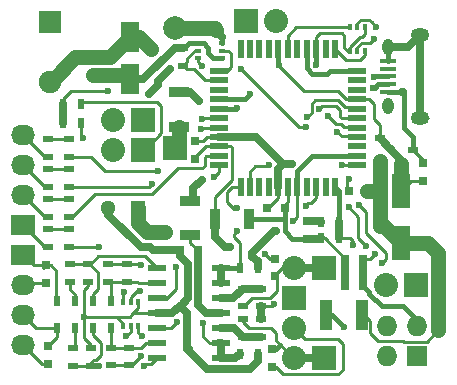
<source format=gbr>
G04 #@! TF.FileFunction,Copper,L1,Top,Signal*
%FSLAX46Y46*%
G04 Gerber Fmt 4.6, Leading zero omitted, Abs format (unit mm)*
G04 Created by KiCad (PCBNEW 4.0.4-stable) date 10/17/16 20:17:59*
%MOMM*%
%LPD*%
G01*
G04 APERTURE LIST*
%ADD10C,0.100000*%
%ADD11R,1.727200X1.727200*%
%ADD12O,1.727200X1.727200*%
%ADD13R,2.032000X2.032000*%
%ADD14O,2.032000X2.032000*%
%ADD15R,1.600000X0.560000*%
%ADD16R,0.560000X1.600000*%
%ADD17R,1.600200X2.999740*%
%ADD18R,0.750000X0.800000*%
%ADD19R,0.800000X0.750000*%
%ADD20C,1.300000*%
%ADD21R,1.300000X1.300000*%
%ADD22C,1.998980*%
%ADD23R,1.998980X1.998980*%
%ADD24R,1.905000X1.905000*%
%ADD25C,1.905000*%
%ADD26R,2.032000X1.727200*%
%ADD27O,2.032000X1.727200*%
%ADD28R,0.900000X0.500000*%
%ADD29R,0.500000X0.900000*%
%ADD30R,0.900000X0.600000*%
%ADD31R,1.500000X0.600000*%
%ADD32R,0.304800X0.508000*%
%ADD33R,1.600200X2.600960*%
%ADD34R,1.000000X2.500000*%
%ADD35R,1.350000X0.400000*%
%ADD36O,0.950000X1.400000*%
%ADD37O,1.550000X1.200000*%
%ADD38R,0.508000X0.304800*%
%ADD39R,0.900000X1.700000*%
%ADD40R,1.700000X0.900000*%
%ADD41C,0.600000*%
%ADD42C,0.400000*%
%ADD43C,0.250000*%
%ADD44C,0.635000*%
%ADD45C,1.270000*%
G04 APERTURE END LIST*
D10*
D11*
X113795000Y-124307600D03*
D12*
X111255000Y-124307600D03*
X113795000Y-121767600D03*
X111255000Y-121767600D03*
D13*
X103378000Y-119380000D03*
D14*
X103378000Y-121920000D03*
D15*
X108720000Y-108140000D03*
X108720000Y-107340000D03*
X108720000Y-106540000D03*
X108720000Y-105740000D03*
X108720000Y-104940000D03*
X108720000Y-104140000D03*
X108720000Y-103340000D03*
X108720000Y-102540000D03*
X108720000Y-101740000D03*
X108720000Y-100940000D03*
X108720000Y-100140000D03*
D16*
X106870000Y-98290000D03*
X106070000Y-98290000D03*
X105270000Y-98290000D03*
X104470000Y-98290000D03*
X103670000Y-98290000D03*
X102870000Y-98290000D03*
X102070000Y-98290000D03*
X101270000Y-98290000D03*
X100470000Y-98290000D03*
X99670000Y-98290000D03*
X98870000Y-98290000D03*
D15*
X97020000Y-100140000D03*
X97020000Y-100940000D03*
X97020000Y-101740000D03*
X97020000Y-102540000D03*
X97020000Y-103340000D03*
X97020000Y-104140000D03*
X97020000Y-104940000D03*
X97020000Y-105740000D03*
X97020000Y-106540000D03*
X97020000Y-107340000D03*
X97020000Y-108140000D03*
D16*
X98870000Y-109990000D03*
X99670000Y-109990000D03*
X100470000Y-109990000D03*
X101270000Y-109990000D03*
X102070000Y-109990000D03*
X102870000Y-109990000D03*
X103670000Y-109990000D03*
X104470000Y-109990000D03*
X105270000Y-109990000D03*
X106070000Y-109990000D03*
X106870000Y-109990000D03*
D17*
X112448800Y-114696240D03*
X112448800Y-110296960D03*
D13*
X113706100Y-118224300D03*
D14*
X111166100Y-118224300D03*
D18*
X101523800Y-123684600D03*
X101523800Y-125184600D03*
X101803200Y-117539200D03*
X101803200Y-116039200D03*
X114303000Y-107936600D03*
X114303000Y-109436600D03*
D19*
X109538200Y-110312200D03*
X108038200Y-110312200D03*
D18*
X104521000Y-114351500D03*
X104521000Y-112851500D03*
D19*
X95238000Y-115316000D03*
X93738000Y-115316000D03*
X102604000Y-111760000D03*
X101104000Y-111760000D03*
D18*
X86360000Y-98945000D03*
X86360000Y-100445000D03*
X95059500Y-107557000D03*
X95059500Y-106057000D03*
X82423000Y-118098000D03*
X82423000Y-116598000D03*
X82550000Y-124956000D03*
X82550000Y-123456000D03*
D20*
X87670000Y-111760000D03*
D21*
X90170000Y-111760000D03*
D18*
X92456000Y-113804000D03*
X92456000Y-115304000D03*
D22*
X93342460Y-96520000D03*
D23*
X93342460Y-106680000D03*
D24*
X82753200Y-95973900D03*
D25*
X82753200Y-101053900D03*
D13*
X105918000Y-124460000D03*
D14*
X103378000Y-124460000D03*
D26*
X80444800Y-113157000D03*
D27*
X80444800Y-110617000D03*
X80444800Y-108077000D03*
X80444800Y-105537000D03*
D13*
X105918000Y-116840000D03*
D14*
X103378000Y-116840000D03*
D26*
X80444800Y-115697000D03*
D27*
X80444800Y-118237000D03*
X80444800Y-120777000D03*
X80444800Y-123317000D03*
D28*
X99060000Y-122670000D03*
X99060000Y-121170000D03*
X99060000Y-118566500D03*
X99060000Y-120066500D03*
X100647500Y-122670000D03*
X100647500Y-121170000D03*
X100647500Y-120066500D03*
X100647500Y-118566500D03*
D29*
X105676000Y-114300000D03*
X107176000Y-114300000D03*
X105676000Y-112903000D03*
X107176000Y-112903000D03*
D28*
X82550000Y-105930000D03*
X82550000Y-107430000D03*
X82550000Y-108470000D03*
X82550000Y-109970000D03*
X82550000Y-111010000D03*
X82550000Y-112510000D03*
X82550000Y-113550000D03*
X82550000Y-115050000D03*
X84328000Y-107430000D03*
X84328000Y-105930000D03*
X84328000Y-109970000D03*
X84328000Y-108470000D03*
X84328000Y-112510000D03*
X84328000Y-111010000D03*
X84328000Y-115050000D03*
X84328000Y-113550000D03*
X89395300Y-123570300D03*
X89395300Y-125070300D03*
X87871300Y-123570300D03*
X87871300Y-125070300D03*
X89281000Y-117971000D03*
X89281000Y-116471000D03*
X87630000Y-117971000D03*
X87630000Y-116471000D03*
D29*
X86372000Y-119634000D03*
X87872000Y-119634000D03*
X86372000Y-121920000D03*
X87872000Y-121920000D03*
X98818000Y-124079000D03*
X100318000Y-124079000D03*
D28*
X84455000Y-117971000D03*
X84455000Y-116471000D03*
X84709000Y-123583000D03*
X84709000Y-125083000D03*
D29*
X83324000Y-119634000D03*
X84824000Y-119634000D03*
X83324000Y-121920000D03*
X84824000Y-121920000D03*
X85332000Y-102946200D03*
X83832000Y-102946200D03*
X83832000Y-104546400D03*
X85332000Y-104546400D03*
X100318000Y-116840000D03*
X98818000Y-116840000D03*
D28*
X85979000Y-116471000D03*
X85979000Y-117971000D03*
X86233000Y-123583000D03*
X86233000Y-125083000D03*
D30*
X113464800Y-106807000D03*
X110664800Y-107757000D03*
X110664800Y-105857000D03*
D31*
X97213400Y-124485400D03*
X97213400Y-123215400D03*
X97213400Y-121945400D03*
X97213400Y-120675400D03*
X97213400Y-119405400D03*
X97213400Y-118135400D03*
X97213400Y-116865400D03*
X91813400Y-116865400D03*
X91813400Y-118135400D03*
X91813400Y-119405400D03*
X91813400Y-120675400D03*
X91813400Y-121945400D03*
X91813400Y-123215400D03*
X91813400Y-124485400D03*
D32*
X90195400Y-119710200D03*
X88925400Y-119710200D03*
X90195400Y-121742200D03*
X89560400Y-119710200D03*
X88925400Y-121742200D03*
X89560400Y-121742200D03*
X108140500Y-98488500D03*
X109410500Y-98488500D03*
X108140500Y-96456500D03*
X108775500Y-98488500D03*
X109410500Y-96456500D03*
X108775500Y-96456500D03*
D33*
X89535000Y-97259140D03*
X89535000Y-100860860D03*
D13*
X90604800Y-106807000D03*
D14*
X88064800Y-106807000D03*
D13*
X90604800Y-104267000D03*
D14*
X88064800Y-104267000D03*
D13*
X99339400Y-95935800D03*
D14*
X101879400Y-95935800D03*
D19*
X107746100Y-116039900D03*
X109246100Y-116039900D03*
X107746100Y-117195600D03*
X109246100Y-117195600D03*
X107758800Y-118351300D03*
X109258800Y-118351300D03*
D34*
X106132500Y-120777000D03*
X109132500Y-120777000D03*
D35*
X111340460Y-101910300D03*
X111340460Y-101260300D03*
X111340460Y-100610300D03*
X111340460Y-99960300D03*
X111340460Y-99310300D03*
D36*
X111340460Y-103110300D03*
X111340460Y-98110300D03*
D37*
X114040460Y-104110300D03*
X114040460Y-97110300D03*
D28*
X93980000Y-99683000D03*
X93980000Y-98183000D03*
D38*
X95313500Y-97790000D03*
X95313500Y-99060000D03*
X97345500Y-97790000D03*
X95313500Y-98425000D03*
X97345500Y-99060000D03*
X97345500Y-98425000D03*
D39*
X96721000Y-112649000D03*
X99621000Y-112649000D03*
D40*
X94592600Y-114048200D03*
X94592600Y-111148200D03*
X93703600Y-101953400D03*
X93703600Y-104853400D03*
D41*
X100965000Y-115620800D03*
X112588500Y-101955600D03*
X91328700Y-98298000D03*
X110670800Y-113271300D03*
X98008900Y-115062000D03*
X87503000Y-100457000D03*
X110248700Y-115646200D03*
X108054600Y-109296200D03*
X103261620Y-108000800D03*
X105123440Y-112872520D03*
X101886498Y-113662460D03*
X105283000Y-99631500D03*
X102108000Y-99631500D03*
X94488000Y-123698000D03*
X99822000Y-115887500D03*
X85623400Y-120980200D03*
X85572600Y-105791000D03*
X112464800Y-107982000D03*
X111623300Y-106781600D03*
X87691420Y-101833680D03*
X98918220Y-99969320D03*
X104455420Y-104861360D03*
X107462780Y-108071920D03*
X103342900Y-112852200D03*
X98542300Y-113715800D03*
X107020820Y-105272840D03*
X90376200Y-118778020D03*
X106304540Y-103946960D03*
X89202720Y-122577860D03*
X105524760Y-103398320D03*
X93401340Y-116707920D03*
X104518920Y-104061260D03*
X93508020Y-121406920D03*
X99685300Y-102095300D03*
X110061200Y-101574600D03*
X110200900Y-100622100D03*
X98580400Y-103251000D03*
X95580200Y-104190800D03*
X91871800Y-108635800D03*
X95529400Y-105079800D03*
X91389200Y-109677200D03*
X86871000Y-115087400D03*
X96599200Y-109143800D03*
X98577400Y-111785400D03*
X108051600Y-111683800D03*
X109474000Y-114960400D03*
X101295200Y-108102400D03*
X108940600Y-111506000D03*
X110820200Y-116408200D03*
X104397000Y-111544100D03*
X95697500Y-121462800D03*
X108407200Y-114884200D03*
X101727000Y-119888000D03*
X110378700Y-96428560D03*
X110134860Y-97434400D03*
X90500200Y-122605800D03*
X90474800Y-124256800D03*
X88976200Y-118872000D03*
X90449400Y-116586000D03*
X90678000Y-125095000D03*
X86918800Y-125120400D03*
X95583200Y-109347000D03*
X95380000Y-102717600D03*
X107632500Y-121793000D03*
X91122500Y-102108000D03*
X92900500Y-99949000D03*
X95631000Y-99695000D03*
D42*
X101523800Y-123684600D02*
X101842000Y-123684600D01*
X101842000Y-123684600D02*
X102222300Y-123304300D01*
D43*
X99060000Y-121170000D02*
X99060000Y-121412000D01*
X99060000Y-121412000D02*
X99568000Y-121920000D01*
X99568000Y-121920000D02*
X101473000Y-121920000D01*
X101473000Y-121920000D02*
X101854000Y-122301000D01*
X101854000Y-122301000D02*
X101854000Y-122936000D01*
X101854000Y-122936000D02*
X102222300Y-123304300D01*
X102222300Y-123304300D02*
X103378000Y-124460000D01*
D44*
X105918000Y-124460000D02*
X103378000Y-124460000D01*
D43*
X101523800Y-125184600D02*
X101842000Y-125184600D01*
X101842000Y-125184600D02*
X102489000Y-125831600D01*
X102489000Y-125831600D02*
X107137200Y-125831600D01*
X107137200Y-125831600D02*
X107518200Y-125450600D01*
X107518200Y-125450600D02*
X107518200Y-123266200D01*
X107518200Y-123266200D02*
X107111800Y-122859800D01*
X107111800Y-122859800D02*
X104317800Y-122859800D01*
X104317800Y-122859800D02*
X103378000Y-121920000D01*
X99060000Y-120066500D02*
X99135500Y-120066500D01*
X99135500Y-120066500D02*
X99822000Y-119380000D01*
X99822000Y-119380000D02*
X101346000Y-119380000D01*
X101346000Y-119380000D02*
X101981000Y-118745000D01*
X101981000Y-118745000D02*
X101981000Y-117221000D01*
X101981000Y-117221000D02*
X102362000Y-116840000D01*
X102362000Y-116840000D02*
X103378000Y-116840000D01*
D44*
X105918000Y-116840000D02*
X103378000Y-116840000D01*
D43*
X101803200Y-116039200D02*
X101383400Y-116039200D01*
X101383400Y-116039200D02*
X100965000Y-115620800D01*
D45*
X82753200Y-101053900D02*
X82816700Y-101053900D01*
X82816700Y-101053900D02*
X84895602Y-98974998D01*
X84895602Y-98974998D02*
X86360000Y-98974998D01*
X86360000Y-98974998D02*
X86360000Y-98945000D01*
D43*
X114303000Y-107936600D02*
X114303000Y-107645200D01*
X114303000Y-107645200D02*
X113464800Y-106807000D01*
D42*
X113464800Y-105765600D02*
X113464800Y-106807000D01*
X112530500Y-101910300D02*
X112677400Y-102057200D01*
X112677400Y-102057200D02*
X112677400Y-104978200D01*
X112677400Y-104978200D02*
X113464800Y-105765600D01*
D44*
X89535000Y-97259140D02*
X90289840Y-97259140D01*
D45*
X90289840Y-97259140D02*
X91328700Y-98298000D01*
D44*
X112543200Y-101910300D02*
X112530500Y-101910300D01*
X112588500Y-101955600D02*
X112543200Y-101910300D01*
D42*
X111340460Y-101910300D02*
X112530500Y-101910300D01*
D45*
X86360000Y-98945000D02*
X87849140Y-98945000D01*
X87849140Y-98945000D02*
X89535000Y-97259140D01*
X115633500Y-115570000D02*
X115633500Y-122110500D01*
X114759740Y-114696240D02*
X115633500Y-115570000D01*
X112448800Y-114696240D02*
X114759740Y-114696240D01*
D43*
X115633500Y-115570000D02*
X114759740Y-114696240D01*
X115633500Y-122110500D02*
X115633500Y-115570000D01*
X114681000Y-123063000D02*
X115633500Y-122110500D01*
X112712500Y-123063000D02*
X114681000Y-123063000D01*
X112649000Y-122999500D02*
X112712500Y-123063000D01*
X110490000Y-122999500D02*
X112649000Y-122999500D01*
X109855000Y-122364500D02*
X110490000Y-122999500D01*
X109855000Y-121285000D02*
X109855000Y-122364500D01*
X109347000Y-120777000D02*
X109855000Y-121285000D01*
X109132500Y-120777000D02*
X109347000Y-120777000D01*
D45*
X110670800Y-110286800D02*
X109563600Y-110286800D01*
X109563600Y-110286800D02*
X109538200Y-110312200D01*
X110670800Y-113271300D02*
X110670800Y-110286800D01*
X110670800Y-110286800D02*
X110670800Y-107763000D01*
X110670800Y-107763000D02*
X110664800Y-107757000D01*
D44*
X96721000Y-112649000D02*
X96721000Y-114231300D01*
X110664800Y-113265300D02*
X110664800Y-112912240D01*
X110670800Y-113271300D02*
X110664800Y-113265300D01*
X97551700Y-115062000D02*
X98008900Y-115062000D01*
X96721000Y-114231300D02*
X97551700Y-115062000D01*
D45*
X110664800Y-112912240D02*
X112448800Y-114696240D01*
D43*
X96721000Y-112649000D02*
X96721000Y-110797000D01*
X98031000Y-106540000D02*
X97020000Y-106540000D01*
X98171000Y-106680000D02*
X98031000Y-106540000D01*
X98171000Y-109347000D02*
X98171000Y-106680000D01*
X96721000Y-110797000D02*
X98171000Y-109347000D01*
X97020000Y-106540000D02*
X95961500Y-106540000D01*
X95961500Y-106540000D02*
X95059500Y-107442000D01*
X95059500Y-107442000D02*
X95059500Y-107557000D01*
D44*
X107758800Y-118351300D02*
X107758800Y-117208300D01*
X107758800Y-117208300D02*
X107746100Y-117195600D01*
X107758800Y-118351300D02*
X107758800Y-116052600D01*
X107758800Y-116052600D02*
X107746100Y-116039900D01*
X107746100Y-116039900D02*
X107746100Y-118338600D01*
X107746100Y-118338600D02*
X107758800Y-118351300D01*
D43*
X105676000Y-114300000D02*
X106006200Y-114300000D01*
X106006200Y-114300000D02*
X107746100Y-116039900D01*
X105676000Y-114300000D02*
X105689400Y-114300000D01*
D42*
X99621000Y-112649000D02*
X102604000Y-112649000D01*
X102604000Y-112649000D02*
X102362000Y-112649000D01*
X104521000Y-114351500D02*
X103239000Y-114351500D01*
X102604000Y-113716500D02*
X102604000Y-111760000D01*
X103239000Y-114351500D02*
X102604000Y-113716500D01*
D43*
X102604000Y-111760000D02*
X102604000Y-111454500D01*
X102604000Y-111454500D02*
X102870000Y-111188500D01*
X102870000Y-111188500D02*
X102870000Y-109990000D01*
X102362000Y-112649000D02*
X102604000Y-112407000D01*
X102604000Y-112407000D02*
X102604000Y-111760000D01*
D44*
X104521000Y-114351500D02*
X105624500Y-114351500D01*
X105624500Y-114351500D02*
X105676000Y-114300000D01*
D43*
X94592600Y-114048200D02*
X94592600Y-114670600D01*
X94592600Y-114670600D02*
X95238000Y-115316000D01*
D44*
X97213400Y-120675400D02*
X95973900Y-120675400D01*
X95238000Y-119939500D02*
X95238000Y-115316000D01*
X95973900Y-120675400D02*
X95238000Y-119939500D01*
D42*
X109791500Y-118884000D02*
X109258800Y-118351300D01*
X109791500Y-118999000D02*
X109791500Y-118884000D01*
X110871000Y-120078500D02*
X109791500Y-118999000D01*
X112649000Y-120078500D02*
X110871000Y-120078500D01*
X113795000Y-121224500D02*
X112649000Y-120078500D01*
X113795000Y-121767600D02*
X113795000Y-121224500D01*
X95313500Y-97790000D02*
X95758000Y-97790000D01*
X95758000Y-97790000D02*
X96139000Y-98171000D01*
X96139000Y-98171000D02*
X96139000Y-98615500D01*
X96139000Y-98615500D02*
X96583500Y-99060000D01*
X96583500Y-99060000D02*
X97345500Y-99060000D01*
X93980000Y-98183000D02*
X94095000Y-98183000D01*
X94095000Y-98183000D02*
X94488000Y-97790000D01*
X94488000Y-97790000D02*
X95313500Y-97790000D01*
D45*
X87503000Y-100457000D02*
X87503000Y-100445000D01*
X87503000Y-100445000D02*
X87503000Y-100457000D01*
X87503000Y-100457000D02*
X87503000Y-100445000D01*
D44*
X93980000Y-98183000D02*
X93333000Y-98183000D01*
X90655140Y-100860860D02*
X89535000Y-100860860D01*
X93333000Y-98183000D02*
X90655140Y-100860860D01*
D43*
X97345500Y-99060000D02*
X96583500Y-99060000D01*
X96139000Y-98171000D02*
X95758000Y-97790000D01*
X96139000Y-98615500D02*
X96139000Y-98171000D01*
X96583500Y-99060000D02*
X96139000Y-98615500D01*
D44*
X109246100Y-117195600D02*
X109246100Y-116039900D01*
X109258800Y-118351300D02*
X109258800Y-117208300D01*
X109258800Y-117208300D02*
X109246100Y-117195600D01*
X109246100Y-116039900D02*
X109246100Y-118338600D01*
X109246100Y-118338600D02*
X109258800Y-118351300D01*
D43*
X109156500Y-118351300D02*
X109258800Y-118351300D01*
D44*
X109246100Y-118338600D02*
X109258800Y-118351300D01*
D43*
X109246100Y-116039900D02*
X109855000Y-116039900D01*
X109855000Y-116039900D02*
X110248700Y-115646200D01*
X108720000Y-102540000D02*
X107823200Y-102540000D01*
X102108000Y-99720400D02*
X102108000Y-99631500D01*
X104241600Y-101854000D02*
X102108000Y-99720400D01*
X107137200Y-101854000D02*
X104241600Y-101854000D01*
X107823200Y-102540000D02*
X107137200Y-101854000D01*
D44*
X93738000Y-115316000D02*
X92468000Y-115316000D01*
X92468000Y-115316000D02*
X92456000Y-115304000D01*
D43*
X110664800Y-105857000D02*
X110664800Y-104746600D01*
X109779000Y-102540000D02*
X108720000Y-102540000D01*
X110159800Y-102920800D02*
X109779000Y-102540000D01*
X110159800Y-104241600D02*
X110159800Y-102920800D01*
X110664800Y-104746600D02*
X110159800Y-104241600D01*
X114303000Y-109436600D02*
X113309160Y-109436600D01*
X113309160Y-109436600D02*
X112448800Y-110296960D01*
X107914200Y-110286800D02*
X107914200Y-109436600D01*
X107914200Y-109436600D02*
X108054600Y-109296200D01*
D42*
X89535000Y-100860860D02*
X89870740Y-100860860D01*
D43*
X108140500Y-98488500D02*
X107950000Y-98488500D01*
X107950000Y-98488500D02*
X107632500Y-98171000D01*
X108140500Y-98488500D02*
X108140500Y-98107500D01*
X109410500Y-97028000D02*
X109410500Y-96456500D01*
X109156500Y-97282000D02*
X109410500Y-97028000D01*
X108966000Y-97282000D02*
X109156500Y-97282000D01*
X108140500Y-98107500D02*
X108966000Y-97282000D01*
X107632500Y-98171000D02*
X107632500Y-97155000D01*
X107632500Y-97155000D02*
X107442000Y-96964500D01*
X107442000Y-96964500D02*
X105600500Y-96964500D01*
X105600500Y-96964500D02*
X105270000Y-97295000D01*
D44*
X102507240Y-108000800D02*
X103261620Y-108000800D01*
X99822000Y-115887500D02*
X99822000Y-115547600D01*
X101707140Y-113662460D02*
X101886498Y-113662460D01*
X99822000Y-115547600D02*
X101707140Y-113662460D01*
X105123440Y-112872520D02*
X105123440Y-112851500D01*
X105123440Y-112851500D02*
X105123440Y-112872520D01*
X105123440Y-112872520D02*
X105123440Y-112851500D01*
X97020000Y-105740000D02*
X100182940Y-105740000D01*
X102443740Y-108000800D02*
X102507240Y-108000800D01*
X100182940Y-105740000D02*
X102443740Y-108000800D01*
X102070000Y-109990000D02*
X102070000Y-108438040D01*
X102070000Y-108438040D02*
X102507240Y-108000800D01*
D43*
X95059500Y-106057000D02*
X95695200Y-106057000D01*
X96012200Y-105740000D02*
X97020000Y-105740000D01*
X95695200Y-106057000D02*
X96012200Y-105740000D01*
D42*
X105270000Y-98290000D02*
X105270000Y-99618500D01*
X105270000Y-99618500D02*
X105283000Y-99631500D01*
X102070000Y-99593500D02*
X102070000Y-98290000D01*
X102108000Y-99631500D02*
X102070000Y-99593500D01*
D44*
X93738000Y-120003000D02*
X93801500Y-120003000D01*
X93738000Y-115836000D02*
X93738000Y-115316000D01*
X94402998Y-116500998D02*
X93738000Y-115836000D01*
X94402998Y-119401502D02*
X94402998Y-116500998D01*
X93801500Y-120003000D02*
X94402998Y-119401502D01*
D43*
X105270000Y-97295000D02*
X105270000Y-98290000D01*
X101104000Y-111760000D02*
X101219000Y-111760000D01*
X101219000Y-111760000D02*
X102070000Y-110909000D01*
X102070000Y-110909000D02*
X102070000Y-109990000D01*
X95059500Y-106057000D02*
X95059500Y-105918000D01*
D44*
X104521000Y-112851500D02*
X105123440Y-112851500D01*
X105123440Y-112851500D02*
X105624500Y-112851500D01*
X105624500Y-112851500D02*
X105676000Y-112903000D01*
X100318000Y-116840000D02*
X100318000Y-116193000D01*
X94488000Y-123698000D02*
X94361000Y-123698000D01*
X100318000Y-116193000D02*
X99822000Y-115887500D01*
X100318000Y-124079000D02*
X100318000Y-124726000D01*
X94361000Y-120626000D02*
X93738000Y-120003000D01*
X94361000Y-123698000D02*
X94361000Y-120626000D01*
X96012000Y-125349000D02*
X94361000Y-123698000D01*
X99695000Y-125349000D02*
X96012000Y-125349000D01*
X100318000Y-124726000D02*
X99695000Y-125349000D01*
X91813400Y-120675400D02*
X93065600Y-120675400D01*
X93065600Y-120675400D02*
X93738000Y-120003000D01*
D43*
X85332000Y-104546400D02*
X85332000Y-105550400D01*
X85623400Y-120980200D02*
X85623400Y-120954800D01*
X85332000Y-105550400D02*
X85572600Y-105791000D01*
X91813400Y-120675400D02*
X89738200Y-120675400D01*
X89712800Y-120700800D02*
X89712800Y-120726200D01*
X89738200Y-120675400D02*
X89712800Y-120700800D01*
X88366600Y-120954800D02*
X89484200Y-120954800D01*
X90195400Y-120243600D02*
X90195400Y-119710200D01*
X89484200Y-120954800D02*
X89712800Y-120726200D01*
X89712800Y-120726200D02*
X90195400Y-120243600D01*
X88925400Y-121742200D02*
X88925400Y-121513600D01*
X88925400Y-121513600D02*
X88366600Y-120954800D01*
X88366600Y-120954800D02*
X85623400Y-120954800D01*
X86233000Y-123367800D02*
X85623400Y-122758200D01*
X85979000Y-118338600D02*
X85979000Y-117971000D01*
X85623400Y-118694200D02*
X85979000Y-118338600D01*
X85623400Y-122758200D02*
X85623400Y-120954800D01*
X85623400Y-120954800D02*
X85623400Y-118694200D01*
X86233000Y-123583000D02*
X86233000Y-123367800D01*
D45*
X86360000Y-100445000D02*
X87503000Y-100445000D01*
X87503000Y-100445000D02*
X89119140Y-100445000D01*
X89119140Y-100445000D02*
X89535000Y-100860860D01*
D44*
X92456000Y-115304000D02*
X91428000Y-115304000D01*
X90424000Y-115062000D02*
X87670000Y-112308000D01*
X91186000Y-115062000D02*
X90424000Y-115062000D01*
X91428000Y-115304000D02*
X91186000Y-115062000D01*
X87670000Y-112308000D02*
X87670000Y-111760000D01*
X112448800Y-110296960D02*
X112448800Y-107641000D01*
X112448800Y-107641000D02*
X111623300Y-106815500D01*
D45*
X112464800Y-107982000D02*
X112448800Y-107982000D01*
X112448800Y-107982000D02*
X112448800Y-110296960D01*
D44*
X111623300Y-106781600D02*
X111623300Y-106815500D01*
X111606350Y-106798550D02*
X111623300Y-106781600D01*
X111623300Y-106781600D02*
X111606350Y-106798550D01*
X111623300Y-106815500D02*
X110664800Y-105857000D01*
X113795000Y-121767600D02*
X113795000Y-121386600D01*
D43*
X113795000Y-121084800D02*
X113795000Y-121767600D01*
X113795000Y-121767600D02*
X113795000Y-121666000D01*
D42*
X113795000Y-121767600D02*
X113795000Y-121742200D01*
D43*
X114705100Y-104110300D02*
X114040460Y-104110300D01*
D44*
X114040460Y-104110300D02*
X114040460Y-97110300D01*
X111340460Y-98110300D02*
X113040460Y-98110300D01*
X113040460Y-98110300D02*
X114040460Y-97110300D01*
D42*
X111340460Y-99310300D02*
X111340460Y-98110300D01*
D43*
X82423000Y-118098000D02*
X80583800Y-118098000D01*
X80583800Y-118098000D02*
X80444800Y-118237000D01*
X82423000Y-116598000D02*
X81345800Y-116598000D01*
X81345800Y-116598000D02*
X80444800Y-115697000D01*
X83286600Y-117041800D02*
X83286600Y-119596600D01*
X82842800Y-116598000D02*
X83286600Y-117041800D01*
X82423000Y-116598000D02*
X82842800Y-116598000D01*
X83286600Y-119596600D02*
X83324000Y-119634000D01*
X82181000Y-116840000D02*
X82423000Y-116598000D01*
X82550000Y-124956000D02*
X82083800Y-124956000D01*
X82083800Y-124956000D02*
X80444800Y-123317000D01*
X83324000Y-121920000D02*
X81587800Y-121920000D01*
X81587800Y-121920000D02*
X80444800Y-120777000D01*
X83324000Y-121920000D02*
X83324000Y-122682000D01*
X83324000Y-122682000D02*
X82550000Y-123456000D01*
D45*
X93703600Y-106318860D02*
X93342460Y-106680000D01*
X93703600Y-104853400D02*
X93703600Y-106318860D01*
D43*
X90604800Y-106807000D02*
X90757200Y-106807000D01*
X90757200Y-106807000D02*
X92179600Y-105384600D01*
X92179600Y-105384600D02*
X92179600Y-103124000D01*
X92179600Y-103124000D02*
X91824000Y-102768400D01*
X91824000Y-102768400D02*
X85509800Y-102768400D01*
X85509800Y-102768400D02*
X85332000Y-102946200D01*
X90170000Y-106680000D02*
X90170000Y-106172000D01*
X85471000Y-102946200D02*
X85332000Y-102946200D01*
D45*
X92456000Y-113804000D02*
X90944000Y-113804000D01*
X90170000Y-113030000D02*
X90170000Y-111760000D01*
X90944000Y-113804000D02*
X90170000Y-113030000D01*
D42*
X97345500Y-97790000D02*
X97345500Y-97282000D01*
X97345500Y-97282000D02*
X97218500Y-97155000D01*
X97218500Y-97155000D02*
X97218500Y-97091500D01*
X97218500Y-97091500D02*
X97218500Y-97155000D01*
D44*
X96647000Y-96583500D02*
X97218500Y-97155000D01*
X97218500Y-97155000D02*
X97345500Y-97282000D01*
X96647000Y-96583500D02*
X96647000Y-96520000D01*
D45*
X93342460Y-96520000D02*
X96647000Y-96520000D01*
X96647000Y-96520000D02*
X96710500Y-96520000D01*
X96710500Y-96520000D02*
X96837500Y-96647000D01*
D44*
X93726460Y-96136000D02*
X93342460Y-96520000D01*
D43*
X83832000Y-102946200D02*
X83832000Y-102482540D01*
X83832000Y-102482540D02*
X84480860Y-101833680D01*
X84480860Y-101833680D02*
X87691420Y-101833680D01*
X98918220Y-99969320D02*
X103810260Y-104861360D01*
X103810260Y-104861360D02*
X104455420Y-104861360D01*
X107462780Y-108071920D02*
X107530860Y-108140000D01*
X107530860Y-108140000D02*
X108720000Y-108140000D01*
D44*
X83832000Y-104546400D02*
X83832000Y-102946200D01*
D43*
X98818000Y-116840000D02*
X98818000Y-114740800D01*
X103673100Y-112522000D02*
X103673100Y-109993100D01*
X103342900Y-112852200D02*
X103673100Y-112522000D01*
X98288300Y-113969800D02*
X98542300Y-113715800D01*
X98288300Y-114211100D02*
X98288300Y-113969800D01*
X98818000Y-114740800D02*
X98288300Y-114211100D01*
X103673100Y-109993100D02*
X103670000Y-109990000D01*
D42*
X103670000Y-109990000D02*
X103670000Y-108610500D01*
X103670000Y-108610500D02*
X104940500Y-107340000D01*
X104940500Y-107340000D02*
X108720000Y-107340000D01*
X103695500Y-110015500D02*
X103670000Y-109990000D01*
X98818000Y-116840000D02*
X97238800Y-116840000D01*
X97238800Y-116840000D02*
X97213400Y-116865400D01*
D44*
X97213400Y-118135400D02*
X97213400Y-116865400D01*
D43*
X89560400Y-119710200D02*
X89560400Y-119311880D01*
X107422140Y-105674160D02*
X108654160Y-105674160D01*
X107020820Y-105272840D02*
X107422140Y-105674160D01*
X90094260Y-118778020D02*
X90376200Y-118778020D01*
X89560400Y-119311880D02*
X90094260Y-118778020D01*
X108654160Y-105674160D02*
X108720000Y-105740000D01*
X89560400Y-121742200D02*
X89560400Y-122220180D01*
X107645660Y-104902000D02*
X108682000Y-104902000D01*
X107361180Y-104617520D02*
X107645660Y-104902000D01*
X106975100Y-104617520D02*
X107361180Y-104617520D01*
X106304540Y-103946960D02*
X106975100Y-104617520D01*
X89560400Y-122220180D02*
X89202720Y-122577860D01*
X108682000Y-104902000D02*
X108720000Y-104940000D01*
X91813400Y-119405400D02*
X92613940Y-119405400D01*
X107432300Y-104140000D02*
X108720000Y-104140000D01*
X107307840Y-104015540D02*
X107432300Y-104140000D01*
X107307840Y-103489760D02*
X107307840Y-104015540D01*
X106952240Y-103134160D02*
X107307840Y-103489760D01*
X105788920Y-103134160D02*
X106952240Y-103134160D01*
X105524760Y-103398320D02*
X105788920Y-103134160D01*
X93401340Y-118618000D02*
X93401340Y-116707920D01*
X92613940Y-119405400D02*
X93401340Y-118618000D01*
D42*
X91813400Y-119405400D02*
X92557600Y-119405400D01*
D43*
X91813400Y-121945400D02*
X92969540Y-121945400D01*
X107742180Y-103220520D02*
X108600520Y-103220520D01*
X107122420Y-102600760D02*
X107742180Y-103220520D01*
X105204720Y-102600760D02*
X107122420Y-102600760D01*
X104882140Y-102923340D02*
X105204720Y-102600760D01*
X104882140Y-103698040D02*
X104882140Y-102923340D01*
X104518920Y-104061260D02*
X104882140Y-103698040D01*
X92969540Y-121945400D02*
X93508020Y-121406920D01*
X108600520Y-103220520D02*
X108720000Y-103340000D01*
D42*
X108694500Y-103314500D02*
X108720000Y-103340000D01*
X104470000Y-98290000D02*
X104470000Y-99898000D01*
X106425500Y-100140000D02*
X108720000Y-100140000D01*
X106172000Y-100393500D02*
X106425500Y-100140000D01*
X104965500Y-100393500D02*
X106172000Y-100393500D01*
X104470000Y-99898000D02*
X104965500Y-100393500D01*
D43*
X109410500Y-98488500D02*
X109410500Y-98806000D01*
X107767000Y-99187000D02*
X106870000Y-98290000D01*
X109029500Y-99187000D02*
X107767000Y-99187000D01*
X109410500Y-98806000D02*
X109029500Y-99187000D01*
X108140500Y-96456500D02*
X103568500Y-96456500D01*
X102870000Y-97155000D02*
X102870000Y-98290000D01*
X103568500Y-96456500D02*
X102870000Y-97155000D01*
X97020000Y-100940000D02*
X95860000Y-100940000D01*
X94309500Y-100012500D02*
X93980000Y-99683000D01*
X94932500Y-100012500D02*
X94309500Y-100012500D01*
X95860000Y-100940000D02*
X94932500Y-100012500D01*
X95313500Y-98425000D02*
X94996000Y-98425000D01*
X94361000Y-99302000D02*
X93980000Y-99683000D01*
X94361000Y-99060000D02*
X94361000Y-99302000D01*
X94996000Y-98425000D02*
X94361000Y-99060000D01*
D42*
X111340460Y-101260300D02*
X110540600Y-101260300D01*
X99240600Y-102540000D02*
X97020000Y-102540000D01*
X99685300Y-102095300D02*
X99240600Y-102540000D01*
X110226300Y-101574600D02*
X110061200Y-101574600D01*
X110540600Y-101260300D02*
X110226300Y-101574600D01*
X110212700Y-100610300D02*
X111340460Y-100610300D01*
X110200900Y-100622100D02*
X110212700Y-100610300D01*
X98491400Y-103340000D02*
X98580400Y-103251000D01*
X97020000Y-103340000D02*
X98491400Y-103340000D01*
D43*
X84328000Y-107430000D02*
X86170200Y-107430000D01*
X95631000Y-104140000D02*
X97020000Y-104140000D01*
X95580200Y-104190800D02*
X95631000Y-104140000D01*
X87376000Y-108635800D02*
X91871800Y-108635800D01*
X86170200Y-107430000D02*
X87376000Y-108635800D01*
X84328000Y-109970000D02*
X91096400Y-109970000D01*
X95669200Y-104940000D02*
X97020000Y-104940000D01*
X95529400Y-105079800D02*
X95669200Y-104940000D01*
X91096400Y-109970000D02*
X91389200Y-109677200D01*
X95964600Y-107340000D02*
X97020000Y-107340000D01*
X95862600Y-107442000D02*
X95964600Y-107340000D01*
X95862600Y-108153200D02*
X95862600Y-107442000D01*
X95634000Y-108381800D02*
X95862600Y-108153200D01*
X93576600Y-108381800D02*
X95634000Y-108381800D01*
X91392200Y-110566200D02*
X93576600Y-108381800D01*
X86540800Y-110566200D02*
X91392200Y-110566200D01*
X84597000Y-112510000D02*
X86540800Y-110566200D01*
X84328000Y-112510000D02*
X84597000Y-112510000D01*
X84328000Y-112510000D02*
X84328000Y-112452002D01*
X86833600Y-115050000D02*
X84328000Y-115050000D01*
X86871000Y-115087400D02*
X86833600Y-115050000D01*
X97020000Y-108723000D02*
X96599200Y-109143800D01*
X97020000Y-108140000D02*
X97020000Y-108723000D01*
X98164398Y-109990000D02*
X98870000Y-109990000D01*
X97739200Y-110415198D02*
X98164398Y-109990000D01*
X97739200Y-111277400D02*
X97739200Y-110415198D01*
X98298000Y-111836200D02*
X97739200Y-111277400D01*
X98526600Y-111836200D02*
X98298000Y-111836200D01*
X98577400Y-111785400D02*
X98526600Y-111836200D01*
X108839000Y-112471200D02*
X108051600Y-111683800D01*
X108839000Y-114325400D02*
X108839000Y-112471200D01*
X109474000Y-114960400D02*
X108839000Y-114325400D01*
X111255000Y-121767600D02*
X110769400Y-121767600D01*
X99670000Y-108686200D02*
X99670000Y-109990000D01*
X100126800Y-108229400D02*
X99670000Y-108686200D01*
X101168200Y-108229400D02*
X100126800Y-108229400D01*
X101295200Y-108102400D02*
X101168200Y-108229400D01*
X109499400Y-112064800D02*
X108940600Y-111506000D01*
X109499400Y-113893600D02*
X109499400Y-112064800D01*
X111150400Y-115544600D02*
X109499400Y-113893600D01*
X111150400Y-116078000D02*
X111150400Y-115544600D01*
X110820200Y-116408200D02*
X111150400Y-116078000D01*
X97213400Y-123215400D02*
X96281700Y-123215400D01*
X105270000Y-110899700D02*
X105270000Y-109990000D01*
X104841500Y-111328200D02*
X105270000Y-110899700D01*
X104612900Y-111328200D02*
X104841500Y-111328200D01*
X104397000Y-111544100D02*
X104612900Y-111328200D01*
X95697500Y-122631200D02*
X95697500Y-121462800D01*
X96281700Y-123215400D02*
X95697500Y-122631200D01*
D42*
X105283000Y-110003000D02*
X105270000Y-109990000D01*
X96997500Y-122999500D02*
X97213400Y-123215400D01*
D44*
X97213400Y-124485400D02*
X98411600Y-124485400D01*
X98411600Y-124485400D02*
X98818000Y-124079000D01*
X97213400Y-123215400D02*
X97213400Y-124485400D01*
D43*
X100647500Y-120066500D02*
X101548500Y-120066500D01*
X108102400Y-114300000D02*
X107176000Y-114300000D01*
X108381800Y-114579400D02*
X108102400Y-114300000D01*
X108381800Y-114858800D02*
X108381800Y-114579400D01*
X108407200Y-114884200D02*
X108381800Y-114858800D01*
X101548500Y-120066500D02*
X101727000Y-119888000D01*
D42*
X107176000Y-112903000D02*
X107176000Y-110296000D01*
X107176000Y-110296000D02*
X106870000Y-109990000D01*
D44*
X107176000Y-112903000D02*
X107176000Y-114300000D01*
X100647500Y-121170000D02*
X100647500Y-120066500D01*
D43*
X82550000Y-115050000D02*
X82337800Y-115050000D01*
X82337800Y-115050000D02*
X80444800Y-113157000D01*
X82550000Y-115050000D02*
X82182400Y-115050000D01*
X82550000Y-112510000D02*
X82337800Y-112510000D01*
X82337800Y-112510000D02*
X80444800Y-110617000D01*
X82550000Y-112510000D02*
X82385600Y-112510000D01*
X82550000Y-109970000D02*
X82337800Y-109970000D01*
X82337800Y-109970000D02*
X80444800Y-108077000D01*
X82550000Y-109970000D02*
X82309400Y-109970000D01*
X82550000Y-107430000D02*
X82337800Y-107430000D01*
X82337800Y-107430000D02*
X80444800Y-105537000D01*
X108775500Y-96096280D02*
X108775500Y-96456500D01*
X109083300Y-95788480D02*
X108775500Y-96096280D01*
X109784340Y-95788480D02*
X109083300Y-95788480D01*
X109982460Y-95986600D02*
X109784340Y-95788480D01*
X109982460Y-96032320D02*
X109982460Y-95986600D01*
X110378700Y-96428560D02*
X109982460Y-96032320D01*
X108775500Y-98108898D02*
X108775500Y-98488500D01*
X109129958Y-97754440D02*
X108775500Y-98108898D01*
X109814820Y-97754440D02*
X109129958Y-97754440D01*
X110134860Y-97434400D02*
X109814820Y-97754440D01*
D44*
X99060000Y-122670000D02*
X100647500Y-122670000D01*
X97213400Y-121945400D02*
X98335400Y-121945400D01*
X98335400Y-121945400D02*
X99060000Y-122670000D01*
X97213400Y-119405400D02*
X98221100Y-119405400D01*
X98221100Y-119405400D02*
X99060000Y-118566500D01*
X100647500Y-118566500D02*
X99060000Y-118566500D01*
D43*
X82550000Y-105930000D02*
X84328000Y-105930000D01*
X82550000Y-108470000D02*
X84328000Y-108470000D01*
X82550000Y-111010000D02*
X84328000Y-111010000D01*
X82550000Y-113550000D02*
X84328000Y-113550000D01*
X89395300Y-123570300D02*
X90475500Y-123570300D01*
X90830400Y-123215400D02*
X91813400Y-123215400D01*
X90475500Y-123570300D02*
X90830400Y-123215400D01*
X87871300Y-123570300D02*
X87871300Y-121920700D01*
X87871300Y-121920700D02*
X87872000Y-121920000D01*
X87871300Y-123570300D02*
X89395300Y-123570300D01*
X89395300Y-125070300D02*
X89661300Y-125070300D01*
X89661300Y-125070300D02*
X90474800Y-124256800D01*
X90220800Y-122326400D02*
X90220800Y-121767600D01*
X90500200Y-122605800D02*
X90220800Y-122326400D01*
X90220800Y-121767600D02*
X90195400Y-121742200D01*
X87871300Y-125070300D02*
X89395300Y-125070300D01*
X91813400Y-118135400D02*
X90271600Y-118135400D01*
X90107200Y-117971000D02*
X89281000Y-117971000D01*
X90271600Y-118135400D02*
X90107200Y-117971000D01*
X87872000Y-119634000D02*
X87872000Y-118213000D01*
X87872000Y-118213000D02*
X87630000Y-117971000D01*
X87630000Y-117971000D02*
X89281000Y-117971000D01*
X89281000Y-116471000D02*
X90334400Y-116471000D01*
X88925400Y-118922800D02*
X88925400Y-119710200D01*
X88976200Y-118872000D02*
X88925400Y-118922800D01*
X90334400Y-116471000D02*
X90449400Y-116586000D01*
X87630000Y-116471000D02*
X89281000Y-116471000D01*
X85979000Y-116471000D02*
X86195600Y-116471000D01*
X86195600Y-116471000D02*
X86817200Y-115849400D01*
X90805000Y-115849400D02*
X91813400Y-116857800D01*
X86817200Y-115849400D02*
X90805000Y-115849400D01*
X91813400Y-116857800D02*
X91813400Y-116865400D01*
X85979000Y-116471000D02*
X86067200Y-116471000D01*
X86067200Y-116471000D02*
X86791800Y-117195600D01*
X86372000Y-119012400D02*
X86372000Y-119634000D01*
X86512400Y-118872000D02*
X86372000Y-119012400D01*
X86537800Y-118872000D02*
X86512400Y-118872000D01*
X86791800Y-118618000D02*
X86537800Y-118872000D01*
X86791800Y-117195600D02*
X86791800Y-118618000D01*
X84455000Y-116471000D02*
X85979000Y-116471000D01*
X86233000Y-125083000D02*
X86881400Y-125083000D01*
X91305400Y-124993400D02*
X91813400Y-124485400D01*
X90779600Y-124993400D02*
X91305400Y-124993400D01*
X90678000Y-125095000D02*
X90779600Y-124993400D01*
X86881400Y-125083000D02*
X86918800Y-125120400D01*
X86372000Y-121920000D02*
X86372000Y-122516200D01*
X86233000Y-124815600D02*
X86233000Y-125083000D01*
X86436200Y-124612400D02*
X86233000Y-124815600D01*
X86614000Y-124612400D02*
X86436200Y-124612400D01*
X87045800Y-124180600D02*
X86791800Y-124434600D01*
X86791800Y-124434600D02*
X86614000Y-124612400D01*
X87045800Y-123190000D02*
X87045800Y-124180600D01*
X86372000Y-122516200D02*
X87045800Y-123190000D01*
X84709000Y-125083000D02*
X86233000Y-125083000D01*
X84824000Y-119634000D02*
X84824000Y-119037800D01*
X84455000Y-118668800D02*
X84455000Y-117971000D01*
X84824000Y-119037800D02*
X84455000Y-118668800D01*
X84824000Y-121920000D02*
X84824000Y-123468000D01*
X84824000Y-123468000D02*
X84709000Y-123583000D01*
D44*
X94846600Y-110894200D02*
X94592600Y-111148200D01*
X94846600Y-110083600D02*
X94846600Y-110894200D01*
X95583200Y-109347000D02*
X94846600Y-110083600D01*
X94615800Y-101953400D02*
X95380000Y-102717600D01*
X93703600Y-101953400D02*
X94615800Y-101953400D01*
X94592600Y-111196002D02*
X94592600Y-111148200D01*
D42*
X106132500Y-120777000D02*
X106616500Y-120777000D01*
X106616500Y-120777000D02*
X107632500Y-121793000D01*
D43*
X97020000Y-100140000D02*
X97726000Y-100140000D01*
X97726000Y-100140000D02*
X98044000Y-99822000D01*
X98044000Y-99822000D02*
X98044000Y-98615500D01*
X98044000Y-98615500D02*
X97853500Y-98425000D01*
X97853500Y-98425000D02*
X97345500Y-98425000D01*
D44*
X91122500Y-102108000D02*
X91884500Y-101346000D01*
X91884500Y-101346000D02*
X91884500Y-100965000D01*
X91884500Y-100965000D02*
X92900500Y-99949000D01*
D43*
X95313500Y-99060000D02*
X95313500Y-99377500D01*
X91884500Y-100965000D02*
X91884500Y-101346000D01*
X92900500Y-99949000D02*
X91884500Y-100965000D01*
X95313500Y-99377500D02*
X95631000Y-99695000D01*
M02*

</source>
